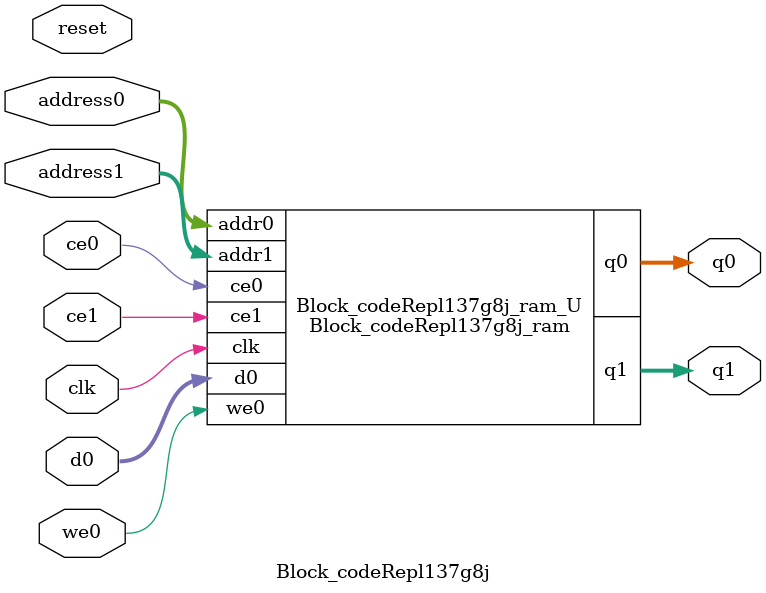
<source format=v>
`timescale 1 ns / 1 ps
module Block_codeRepl137g8j_ram (addr0, ce0, d0, we0, q0, addr1, ce1, q1,  clk);

parameter DWIDTH = 32;
parameter AWIDTH = 4;
parameter MEM_SIZE = 9;

input[AWIDTH-1:0] addr0;
input ce0;
input[DWIDTH-1:0] d0;
input we0;
output reg[DWIDTH-1:0] q0;
input[AWIDTH-1:0] addr1;
input ce1;
output reg[DWIDTH-1:0] q1;
input clk;

(* ram_style = "distributed" *)reg [DWIDTH-1:0] ram[0:MEM_SIZE-1];




always @(posedge clk)  
begin 
    if (ce0) begin
        if (we0) 
            ram[addr0] <= d0; 
        q0 <= ram[addr0];
    end
end


always @(posedge clk)  
begin 
    if (ce1) begin
        q1 <= ram[addr1];
    end
end


endmodule

`timescale 1 ns / 1 ps
module Block_codeRepl137g8j(
    reset,
    clk,
    address0,
    ce0,
    we0,
    d0,
    q0,
    address1,
    ce1,
    q1);

parameter DataWidth = 32'd32;
parameter AddressRange = 32'd9;
parameter AddressWidth = 32'd4;
input reset;
input clk;
input[AddressWidth - 1:0] address0;
input ce0;
input we0;
input[DataWidth - 1:0] d0;
output[DataWidth - 1:0] q0;
input[AddressWidth - 1:0] address1;
input ce1;
output[DataWidth - 1:0] q1;



Block_codeRepl137g8j_ram Block_codeRepl137g8j_ram_U(
    .clk( clk ),
    .addr0( address0 ),
    .ce0( ce0 ),
    .we0( we0 ),
    .d0( d0 ),
    .q0( q0 ),
    .addr1( address1 ),
    .ce1( ce1 ),
    .q1( q1 ));

endmodule


</source>
